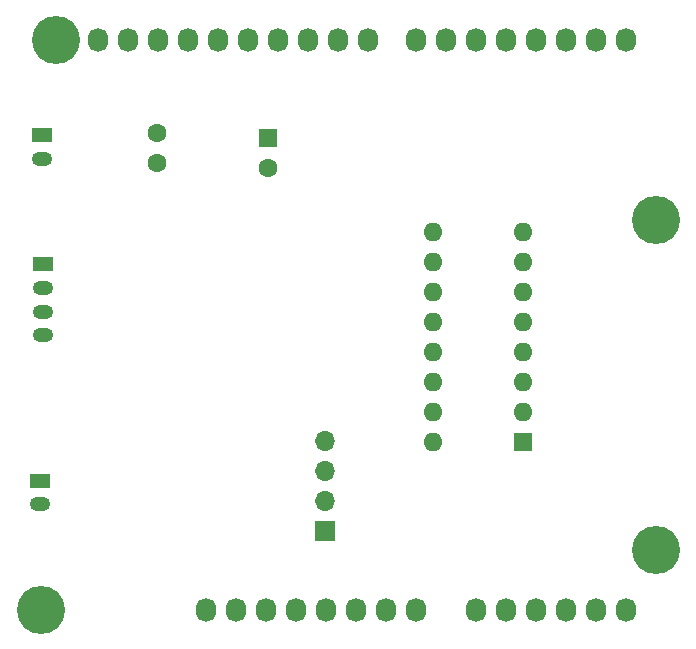
<source format=gbs>
G04 #@! TF.GenerationSoftware,KiCad,Pcbnew,5.0.0-fee4fd1~66~ubuntu18.04.1*
G04 #@! TF.CreationDate,2018-08-21T18:43:40-07:00*
G04 #@! TF.ProjectId,L293D BlueTooth UNO Shield,4C3239334420426C7565546F6F746820,rev?*
G04 #@! TF.SameCoordinates,Original*
G04 #@! TF.FileFunction,Soldermask,Bot*
G04 #@! TF.FilePolarity,Negative*
%FSLAX46Y46*%
G04 Gerber Fmt 4.6, Leading zero omitted, Abs format (unit mm)*
G04 Created by KiCad (PCBNEW 5.0.0-fee4fd1~66~ubuntu18.04.1) date Tue Aug 21 18:43:40 2018*
%MOMM*%
%LPD*%
G01*
G04 APERTURE LIST*
%ADD10O,1.727200X2.032000*%
%ADD11C,4.064000*%
%ADD12R,1.600000X1.600000*%
%ADD13O,1.600000X1.600000*%
%ADD14C,1.600000*%
%ADD15R,1.700000X1.700000*%
%ADD16O,1.700000X1.700000*%
%ADD17R,1.750000X1.200000*%
%ADD18O,1.750000X1.200000*%
G04 APERTURE END LIST*
D10*
G04 #@! TO.C,P1*
X138938000Y-123825000D03*
X141478000Y-123825000D03*
X144018000Y-123825000D03*
X146558000Y-123825000D03*
X149098000Y-123825000D03*
X151638000Y-123825000D03*
X154178000Y-123825000D03*
X156718000Y-123825000D03*
G04 #@! TD*
G04 #@! TO.C,P2*
X161798000Y-123825000D03*
X164338000Y-123825000D03*
X166878000Y-123825000D03*
X169418000Y-123825000D03*
X171958000Y-123825000D03*
X174498000Y-123825000D03*
G04 #@! TD*
G04 #@! TO.C,P3*
X129794000Y-75565000D03*
X132334000Y-75565000D03*
X134874000Y-75565000D03*
X137414000Y-75565000D03*
X139954000Y-75565000D03*
X142494000Y-75565000D03*
X145034000Y-75565000D03*
X147574000Y-75565000D03*
X150114000Y-75565000D03*
X152654000Y-75565000D03*
G04 #@! TD*
G04 #@! TO.C,P4*
X156718000Y-75565000D03*
X159258000Y-75565000D03*
X161798000Y-75565000D03*
X164338000Y-75565000D03*
X166878000Y-75565000D03*
X169418000Y-75565000D03*
X171958000Y-75565000D03*
X174498000Y-75565000D03*
G04 #@! TD*
D11*
G04 #@! TO.C,P5*
X124968000Y-123825000D03*
G04 #@! TD*
G04 #@! TO.C,P6*
X177038000Y-118745000D03*
G04 #@! TD*
G04 #@! TO.C,P7*
X126238000Y-75565000D03*
G04 #@! TD*
G04 #@! TO.C,P8*
X177038000Y-90805000D03*
G04 #@! TD*
D12*
G04 #@! TO.C,U1*
X165773100Y-109601000D03*
D13*
X158153100Y-91821000D03*
X165773100Y-107061000D03*
X158153100Y-94361000D03*
X165773100Y-104521000D03*
X158153100Y-96901000D03*
X165773100Y-101981000D03*
X158153100Y-99441000D03*
X165773100Y-99441000D03*
X158153100Y-101981000D03*
X165773100Y-96901000D03*
X158153100Y-104521000D03*
X165773100Y-94361000D03*
X158153100Y-107061000D03*
X165773100Y-91821000D03*
X158153100Y-109601000D03*
G04 #@! TD*
D14*
G04 #@! TO.C,C1*
X134785100Y-83489800D03*
X134785100Y-85989800D03*
G04 #@! TD*
D12*
G04 #@! TO.C,C2*
X144259300Y-83908900D03*
D14*
X144259300Y-86408900D03*
G04 #@! TD*
D15*
G04 #@! TO.C,J1*
X149034500Y-117157500D03*
D16*
X149034500Y-114617500D03*
X149034500Y-112077500D03*
X149034500Y-109537500D03*
G04 #@! TD*
D17*
G04 #@! TO.C,J2*
X125056900Y-83642200D03*
D18*
X125056900Y-85642200D03*
G04 #@! TD*
D17*
G04 #@! TO.C,J3*
X125133100Y-94602300D03*
D18*
X125133100Y-96602300D03*
X125133100Y-98602300D03*
X125133100Y-100602300D03*
G04 #@! TD*
D17*
G04 #@! TO.C,D1*
X124891800Y-112903000D03*
D18*
X124891800Y-114903000D03*
G04 #@! TD*
M02*

</source>
